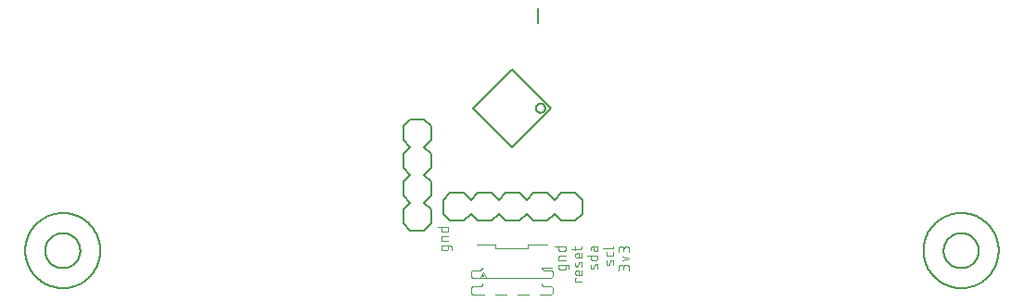
<source format=gbr>
G04 EAGLE Gerber RS-274X export*
G75*
%MOMM*%
%FSLAX34Y34*%
%LPD*%
%INSilkscreen Top*%
%IPPOS*%
%AMOC8*
5,1,8,0,0,1.08239X$1,22.5*%
G01*
%ADD10C,0.076200*%
%ADD11C,0.101600*%
%ADD12C,0.189600*%
%ADD13C,0.203200*%
%ADD14C,0.127000*%
%ADD15C,0.152400*%


D10*
X491603Y284431D02*
X491603Y281821D01*
X491601Y281744D01*
X491595Y281668D01*
X491586Y281591D01*
X491573Y281515D01*
X491556Y281440D01*
X491536Y281366D01*
X491511Y281293D01*
X491484Y281222D01*
X491453Y281151D01*
X491418Y281083D01*
X491380Y281016D01*
X491339Y280951D01*
X491295Y280888D01*
X491248Y280828D01*
X491197Y280769D01*
X491144Y280714D01*
X491089Y280661D01*
X491030Y280610D01*
X490970Y280563D01*
X490907Y280519D01*
X490842Y280478D01*
X490775Y280440D01*
X490707Y280405D01*
X490636Y280374D01*
X490565Y280347D01*
X490492Y280322D01*
X490418Y280302D01*
X490343Y280285D01*
X490267Y280272D01*
X490190Y280263D01*
X490114Y280257D01*
X490037Y280255D01*
X490037Y280254D02*
X486904Y280254D01*
X486904Y280255D02*
X486827Y280257D01*
X486751Y280263D01*
X486674Y280272D01*
X486598Y280285D01*
X486523Y280302D01*
X486449Y280322D01*
X486376Y280347D01*
X486305Y280374D01*
X486234Y280405D01*
X486166Y280440D01*
X486099Y280478D01*
X486034Y280519D01*
X485971Y280563D01*
X485911Y280610D01*
X485852Y280661D01*
X485797Y280714D01*
X485744Y280769D01*
X485693Y280828D01*
X485646Y280888D01*
X485602Y280951D01*
X485561Y281016D01*
X485523Y281083D01*
X485488Y281151D01*
X485457Y281222D01*
X485430Y281293D01*
X485405Y281366D01*
X485385Y281440D01*
X485368Y281515D01*
X485355Y281591D01*
X485346Y281668D01*
X485340Y281744D01*
X485338Y281821D01*
X485338Y284431D01*
X493169Y284431D01*
X493246Y284429D01*
X493322Y284423D01*
X493399Y284414D01*
X493475Y284401D01*
X493550Y284384D01*
X493624Y284364D01*
X493697Y284339D01*
X493768Y284312D01*
X493839Y284281D01*
X493907Y284246D01*
X493974Y284208D01*
X494039Y284167D01*
X494102Y284123D01*
X494162Y284076D01*
X494221Y284025D01*
X494276Y283972D01*
X494329Y283917D01*
X494380Y283858D01*
X494427Y283798D01*
X494471Y283735D01*
X494512Y283670D01*
X494550Y283603D01*
X494585Y283535D01*
X494616Y283464D01*
X494643Y283393D01*
X494668Y283320D01*
X494688Y283246D01*
X494705Y283171D01*
X494718Y283095D01*
X494727Y283018D01*
X494733Y282942D01*
X494735Y282865D01*
X494736Y282865D02*
X494736Y280776D01*
X491603Y288834D02*
X485338Y288834D01*
X485338Y291445D01*
X485340Y291522D01*
X485346Y291598D01*
X485355Y291675D01*
X485368Y291751D01*
X485385Y291826D01*
X485405Y291900D01*
X485430Y291973D01*
X485457Y292044D01*
X485488Y292115D01*
X485523Y292183D01*
X485561Y292250D01*
X485602Y292315D01*
X485646Y292378D01*
X485693Y292438D01*
X485744Y292497D01*
X485797Y292552D01*
X485852Y292605D01*
X485911Y292656D01*
X485971Y292703D01*
X486034Y292747D01*
X486099Y292788D01*
X486166Y292826D01*
X486234Y292861D01*
X486305Y292892D01*
X486376Y292919D01*
X486449Y292944D01*
X486523Y292964D01*
X486598Y292981D01*
X486674Y292994D01*
X486750Y293003D01*
X486827Y293009D01*
X486904Y293011D01*
X491603Y293011D01*
X491603Y301195D02*
X482205Y301195D01*
X491603Y301195D02*
X491603Y298584D01*
X491601Y298507D01*
X491595Y298431D01*
X491586Y298354D01*
X491573Y298278D01*
X491556Y298203D01*
X491536Y298129D01*
X491511Y298056D01*
X491484Y297985D01*
X491453Y297914D01*
X491418Y297846D01*
X491380Y297779D01*
X491339Y297714D01*
X491295Y297651D01*
X491248Y297591D01*
X491197Y297532D01*
X491144Y297477D01*
X491089Y297424D01*
X491030Y297373D01*
X490970Y297326D01*
X490907Y297282D01*
X490842Y297241D01*
X490775Y297203D01*
X490707Y297168D01*
X490636Y297137D01*
X490565Y297110D01*
X490492Y297085D01*
X490418Y297065D01*
X490343Y297048D01*
X490267Y297035D01*
X490190Y297026D01*
X490114Y297020D01*
X490037Y297018D01*
X486904Y297018D01*
X486827Y297020D01*
X486751Y297026D01*
X486674Y297035D01*
X486598Y297048D01*
X486523Y297065D01*
X486449Y297085D01*
X486376Y297110D01*
X486305Y297137D01*
X486234Y297168D01*
X486166Y297203D01*
X486099Y297241D01*
X486034Y297282D01*
X485971Y297326D01*
X485911Y297373D01*
X485852Y297424D01*
X485797Y297477D01*
X485744Y297532D01*
X485693Y297591D01*
X485646Y297651D01*
X485602Y297714D01*
X485561Y297779D01*
X485523Y297846D01*
X485488Y297914D01*
X485457Y297985D01*
X485430Y298056D01*
X485405Y298129D01*
X485385Y298203D01*
X485368Y298278D01*
X485355Y298354D01*
X485346Y298431D01*
X485340Y298507D01*
X485338Y298584D01*
X485338Y301195D01*
X607530Y251444D02*
X613795Y251444D01*
X607530Y251444D02*
X607530Y254577D01*
X608574Y254577D01*
X613795Y259055D02*
X613795Y261666D01*
X613795Y259055D02*
X613793Y258978D01*
X613787Y258902D01*
X613778Y258825D01*
X613765Y258749D01*
X613748Y258674D01*
X613728Y258600D01*
X613703Y258527D01*
X613676Y258456D01*
X613645Y258385D01*
X613610Y258317D01*
X613572Y258250D01*
X613531Y258185D01*
X613487Y258122D01*
X613440Y258062D01*
X613389Y258003D01*
X613336Y257948D01*
X613281Y257895D01*
X613222Y257844D01*
X613162Y257797D01*
X613099Y257753D01*
X613034Y257712D01*
X612967Y257674D01*
X612899Y257639D01*
X612828Y257608D01*
X612757Y257581D01*
X612684Y257556D01*
X612610Y257536D01*
X612535Y257519D01*
X612459Y257506D01*
X612382Y257497D01*
X612306Y257491D01*
X612229Y257489D01*
X609618Y257489D01*
X609528Y257491D01*
X609439Y257497D01*
X609349Y257506D01*
X609260Y257520D01*
X609172Y257537D01*
X609085Y257558D01*
X608998Y257583D01*
X608913Y257612D01*
X608829Y257644D01*
X608747Y257679D01*
X608666Y257719D01*
X608587Y257761D01*
X608510Y257807D01*
X608435Y257857D01*
X608362Y257909D01*
X608291Y257965D01*
X608223Y258023D01*
X608158Y258085D01*
X608095Y258149D01*
X608035Y258216D01*
X607978Y258285D01*
X607924Y258357D01*
X607873Y258431D01*
X607825Y258507D01*
X607781Y258585D01*
X607740Y258665D01*
X607702Y258747D01*
X607668Y258830D01*
X607638Y258915D01*
X607611Y259001D01*
X607588Y259087D01*
X607569Y259175D01*
X607554Y259264D01*
X607542Y259353D01*
X607534Y259442D01*
X607530Y259532D01*
X607530Y259622D01*
X607534Y259712D01*
X607542Y259801D01*
X607554Y259890D01*
X607569Y259979D01*
X607588Y260067D01*
X607611Y260153D01*
X607638Y260239D01*
X607668Y260324D01*
X607702Y260407D01*
X607740Y260489D01*
X607781Y260569D01*
X607825Y260647D01*
X607873Y260723D01*
X607924Y260797D01*
X607978Y260869D01*
X608035Y260938D01*
X608095Y261005D01*
X608158Y261069D01*
X608223Y261131D01*
X608291Y261189D01*
X608362Y261245D01*
X608435Y261297D01*
X608510Y261347D01*
X608587Y261393D01*
X608666Y261435D01*
X608747Y261475D01*
X608829Y261510D01*
X608913Y261542D01*
X608998Y261571D01*
X609085Y261596D01*
X609172Y261617D01*
X609260Y261634D01*
X609349Y261648D01*
X609439Y261657D01*
X609528Y261663D01*
X609618Y261665D01*
X609618Y261666D02*
X610662Y261666D01*
X610662Y257489D01*
X610140Y266197D02*
X611184Y268807D01*
X610140Y266196D02*
X610112Y266130D01*
X610079Y266065D01*
X610044Y266002D01*
X610005Y265941D01*
X609963Y265882D01*
X609918Y265826D01*
X609870Y265772D01*
X609819Y265721D01*
X609766Y265672D01*
X609709Y265627D01*
X609651Y265584D01*
X609591Y265545D01*
X609528Y265508D01*
X609463Y265476D01*
X609397Y265447D01*
X609330Y265421D01*
X609261Y265399D01*
X609191Y265381D01*
X609120Y265366D01*
X609049Y265355D01*
X608977Y265348D01*
X608905Y265345D01*
X608833Y265346D01*
X608760Y265351D01*
X608689Y265359D01*
X608617Y265371D01*
X608547Y265387D01*
X608478Y265407D01*
X608409Y265431D01*
X608342Y265458D01*
X608277Y265488D01*
X608213Y265522D01*
X608151Y265560D01*
X608091Y265600D01*
X608034Y265644D01*
X607979Y265691D01*
X607926Y265741D01*
X607877Y265793D01*
X607830Y265848D01*
X607786Y265905D01*
X607745Y265965D01*
X607708Y266027D01*
X607673Y266091D01*
X607643Y266156D01*
X607615Y266223D01*
X607592Y266291D01*
X607572Y266361D01*
X607556Y266431D01*
X607543Y266502D01*
X607535Y266574D01*
X607530Y266646D01*
X607529Y266718D01*
X607530Y266719D02*
X607534Y266870D01*
X607542Y267021D01*
X607553Y267172D01*
X607569Y267323D01*
X607589Y267473D01*
X607612Y267623D01*
X607639Y267772D01*
X607670Y267920D01*
X607705Y268068D01*
X607743Y268214D01*
X607786Y268360D01*
X607832Y268504D01*
X607881Y268647D01*
X607934Y268789D01*
X607991Y268929D01*
X608052Y269068D01*
X611184Y268807D02*
X611212Y268873D01*
X611245Y268938D01*
X611280Y269001D01*
X611319Y269062D01*
X611361Y269121D01*
X611406Y269177D01*
X611454Y269231D01*
X611505Y269282D01*
X611558Y269331D01*
X611615Y269377D01*
X611673Y269419D01*
X611733Y269458D01*
X611796Y269495D01*
X611861Y269527D01*
X611927Y269556D01*
X611994Y269582D01*
X612063Y269604D01*
X612133Y269622D01*
X612204Y269637D01*
X612275Y269648D01*
X612347Y269655D01*
X612419Y269658D01*
X612491Y269657D01*
X612564Y269652D01*
X612635Y269644D01*
X612707Y269632D01*
X612777Y269616D01*
X612846Y269596D01*
X612915Y269572D01*
X612982Y269545D01*
X613047Y269515D01*
X613111Y269481D01*
X613173Y269443D01*
X613233Y269403D01*
X613290Y269359D01*
X613345Y269312D01*
X613398Y269262D01*
X613447Y269210D01*
X613494Y269155D01*
X613538Y269098D01*
X613579Y269038D01*
X613616Y268976D01*
X613651Y268912D01*
X613681Y268847D01*
X613709Y268780D01*
X613732Y268712D01*
X613752Y268642D01*
X613768Y268572D01*
X613781Y268501D01*
X613789Y268429D01*
X613794Y268357D01*
X613795Y268285D01*
X613790Y268075D01*
X613779Y267866D01*
X613764Y267657D01*
X613744Y267449D01*
X613718Y267241D01*
X613688Y267034D01*
X613653Y266827D01*
X613613Y266622D01*
X613569Y266417D01*
X613519Y266214D01*
X613465Y266011D01*
X613405Y265810D01*
X613342Y265611D01*
X613273Y265413D01*
X613795Y274905D02*
X613795Y277515D01*
X613795Y274905D02*
X613793Y274828D01*
X613787Y274752D01*
X613778Y274675D01*
X613765Y274599D01*
X613748Y274524D01*
X613728Y274450D01*
X613703Y274377D01*
X613676Y274306D01*
X613645Y274235D01*
X613610Y274167D01*
X613572Y274100D01*
X613531Y274035D01*
X613487Y273972D01*
X613440Y273912D01*
X613389Y273853D01*
X613336Y273798D01*
X613281Y273745D01*
X613222Y273694D01*
X613162Y273647D01*
X613099Y273603D01*
X613034Y273562D01*
X612967Y273524D01*
X612899Y273489D01*
X612828Y273458D01*
X612757Y273431D01*
X612684Y273406D01*
X612610Y273386D01*
X612535Y273369D01*
X612459Y273356D01*
X612382Y273347D01*
X612306Y273341D01*
X612229Y273339D01*
X612229Y273338D02*
X609618Y273338D01*
X609618Y273339D02*
X609528Y273341D01*
X609439Y273347D01*
X609349Y273356D01*
X609260Y273370D01*
X609172Y273387D01*
X609085Y273408D01*
X608998Y273433D01*
X608913Y273462D01*
X608829Y273494D01*
X608747Y273529D01*
X608666Y273569D01*
X608587Y273611D01*
X608510Y273657D01*
X608435Y273707D01*
X608362Y273759D01*
X608291Y273815D01*
X608223Y273873D01*
X608158Y273935D01*
X608095Y273999D01*
X608035Y274066D01*
X607978Y274135D01*
X607924Y274207D01*
X607873Y274281D01*
X607825Y274357D01*
X607781Y274435D01*
X607740Y274515D01*
X607702Y274597D01*
X607668Y274680D01*
X607638Y274765D01*
X607611Y274851D01*
X607588Y274937D01*
X607569Y275025D01*
X607554Y275114D01*
X607542Y275203D01*
X607534Y275292D01*
X607530Y275382D01*
X607530Y275472D01*
X607534Y275562D01*
X607542Y275651D01*
X607554Y275740D01*
X607569Y275829D01*
X607588Y275917D01*
X607611Y276003D01*
X607638Y276089D01*
X607668Y276174D01*
X607702Y276257D01*
X607740Y276339D01*
X607781Y276419D01*
X607825Y276497D01*
X607873Y276573D01*
X607924Y276647D01*
X607978Y276719D01*
X608035Y276788D01*
X608095Y276855D01*
X608158Y276919D01*
X608223Y276981D01*
X608291Y277039D01*
X608362Y277095D01*
X608435Y277147D01*
X608510Y277197D01*
X608587Y277243D01*
X608666Y277285D01*
X608747Y277325D01*
X608829Y277360D01*
X608913Y277392D01*
X608998Y277421D01*
X609085Y277446D01*
X609172Y277467D01*
X609260Y277484D01*
X609349Y277498D01*
X609439Y277507D01*
X609528Y277513D01*
X609618Y277515D01*
X610662Y277515D01*
X610662Y273338D01*
X607530Y280494D02*
X607530Y283627D01*
X604397Y281539D02*
X612229Y281539D01*
X612306Y281541D01*
X612382Y281547D01*
X612459Y281556D01*
X612535Y281569D01*
X612610Y281586D01*
X612684Y281606D01*
X612757Y281631D01*
X612828Y281658D01*
X612899Y281689D01*
X612967Y281724D01*
X613034Y281762D01*
X613099Y281803D01*
X613162Y281847D01*
X613222Y281894D01*
X613281Y281945D01*
X613336Y281998D01*
X613389Y282053D01*
X613440Y282112D01*
X613487Y282172D01*
X613531Y282235D01*
X613572Y282300D01*
X613610Y282367D01*
X613645Y282435D01*
X613676Y282506D01*
X613703Y282577D01*
X613728Y282650D01*
X613748Y282724D01*
X613765Y282799D01*
X613778Y282875D01*
X613787Y282952D01*
X613793Y283028D01*
X613795Y283105D01*
X613795Y283627D01*
X625568Y266735D02*
X624524Y264125D01*
X624524Y264124D02*
X624496Y264058D01*
X624463Y263993D01*
X624428Y263930D01*
X624389Y263869D01*
X624347Y263810D01*
X624302Y263754D01*
X624254Y263700D01*
X624203Y263649D01*
X624150Y263600D01*
X624093Y263555D01*
X624035Y263512D01*
X623975Y263473D01*
X623912Y263436D01*
X623847Y263404D01*
X623781Y263375D01*
X623714Y263349D01*
X623645Y263327D01*
X623575Y263309D01*
X623504Y263294D01*
X623433Y263283D01*
X623361Y263276D01*
X623289Y263273D01*
X623217Y263274D01*
X623144Y263279D01*
X623073Y263287D01*
X623001Y263299D01*
X622931Y263315D01*
X622862Y263335D01*
X622793Y263359D01*
X622726Y263386D01*
X622661Y263416D01*
X622597Y263450D01*
X622535Y263488D01*
X622475Y263528D01*
X622418Y263572D01*
X622363Y263619D01*
X622310Y263669D01*
X622261Y263721D01*
X622214Y263776D01*
X622170Y263833D01*
X622129Y263893D01*
X622092Y263955D01*
X622057Y264019D01*
X622027Y264084D01*
X621999Y264151D01*
X621976Y264219D01*
X621956Y264289D01*
X621940Y264359D01*
X621927Y264430D01*
X621919Y264502D01*
X621914Y264574D01*
X621913Y264646D01*
X621914Y264647D02*
X621918Y264798D01*
X621926Y264949D01*
X621937Y265100D01*
X621953Y265251D01*
X621973Y265401D01*
X621996Y265551D01*
X622023Y265700D01*
X622054Y265848D01*
X622089Y265996D01*
X622127Y266142D01*
X622170Y266288D01*
X622216Y266432D01*
X622265Y266575D01*
X622318Y266717D01*
X622375Y266857D01*
X622436Y266996D01*
X625568Y266735D02*
X625596Y266801D01*
X625629Y266866D01*
X625664Y266929D01*
X625703Y266990D01*
X625745Y267049D01*
X625790Y267105D01*
X625838Y267159D01*
X625889Y267210D01*
X625942Y267259D01*
X625999Y267305D01*
X626057Y267347D01*
X626117Y267386D01*
X626180Y267423D01*
X626245Y267455D01*
X626311Y267484D01*
X626378Y267510D01*
X626447Y267532D01*
X626517Y267550D01*
X626588Y267565D01*
X626659Y267576D01*
X626731Y267583D01*
X626803Y267586D01*
X626875Y267585D01*
X626948Y267580D01*
X627019Y267572D01*
X627091Y267560D01*
X627161Y267544D01*
X627230Y267524D01*
X627299Y267500D01*
X627366Y267473D01*
X627431Y267443D01*
X627495Y267409D01*
X627557Y267371D01*
X627617Y267331D01*
X627674Y267287D01*
X627729Y267240D01*
X627782Y267190D01*
X627831Y267138D01*
X627878Y267083D01*
X627922Y267026D01*
X627963Y266966D01*
X628000Y266904D01*
X628035Y266840D01*
X628065Y266775D01*
X628093Y266708D01*
X628116Y266640D01*
X628136Y266570D01*
X628152Y266500D01*
X628165Y266429D01*
X628173Y266357D01*
X628178Y266285D01*
X628179Y266213D01*
X628174Y266003D01*
X628163Y265794D01*
X628148Y265585D01*
X628128Y265377D01*
X628102Y265169D01*
X628072Y264962D01*
X628037Y264755D01*
X627997Y264550D01*
X627953Y264345D01*
X627903Y264142D01*
X627849Y263939D01*
X627789Y263738D01*
X627726Y263539D01*
X627657Y263341D01*
X628179Y275397D02*
X618781Y275397D01*
X628179Y275397D02*
X628179Y272787D01*
X628177Y272710D01*
X628171Y272634D01*
X628162Y272557D01*
X628149Y272481D01*
X628132Y272406D01*
X628112Y272332D01*
X628087Y272259D01*
X628060Y272188D01*
X628029Y272117D01*
X627994Y272049D01*
X627956Y271982D01*
X627915Y271917D01*
X627871Y271854D01*
X627824Y271794D01*
X627773Y271735D01*
X627720Y271680D01*
X627665Y271627D01*
X627606Y271576D01*
X627546Y271529D01*
X627483Y271485D01*
X627418Y271444D01*
X627351Y271406D01*
X627283Y271371D01*
X627212Y271340D01*
X627141Y271313D01*
X627068Y271288D01*
X626994Y271268D01*
X626919Y271251D01*
X626843Y271238D01*
X626766Y271229D01*
X626690Y271223D01*
X626613Y271221D01*
X623480Y271221D01*
X623403Y271223D01*
X623327Y271229D01*
X623250Y271238D01*
X623174Y271251D01*
X623099Y271268D01*
X623025Y271288D01*
X622952Y271313D01*
X622881Y271340D01*
X622810Y271371D01*
X622742Y271406D01*
X622675Y271444D01*
X622610Y271485D01*
X622547Y271529D01*
X622487Y271576D01*
X622428Y271627D01*
X622373Y271680D01*
X622320Y271735D01*
X622269Y271794D01*
X622222Y271854D01*
X622178Y271917D01*
X622137Y271982D01*
X622099Y272049D01*
X622064Y272117D01*
X622033Y272188D01*
X622006Y272259D01*
X621981Y272332D01*
X621961Y272406D01*
X621944Y272481D01*
X621931Y272557D01*
X621922Y272634D01*
X621916Y272710D01*
X621914Y272787D01*
X621914Y275397D01*
X624524Y281278D02*
X624524Y283627D01*
X624525Y281278D02*
X624527Y281194D01*
X624533Y281109D01*
X624543Y281026D01*
X624556Y280942D01*
X624574Y280860D01*
X624595Y280778D01*
X624620Y280697D01*
X624648Y280618D01*
X624681Y280540D01*
X624717Y280464D01*
X624756Y280389D01*
X624799Y280316D01*
X624845Y280245D01*
X624894Y280177D01*
X624946Y280111D01*
X625002Y280047D01*
X625060Y279986D01*
X625121Y279928D01*
X625185Y279872D01*
X625251Y279820D01*
X625319Y279771D01*
X625390Y279725D01*
X625463Y279682D01*
X625538Y279643D01*
X625614Y279607D01*
X625692Y279574D01*
X625771Y279546D01*
X625852Y279521D01*
X625934Y279500D01*
X626016Y279482D01*
X626100Y279469D01*
X626183Y279459D01*
X626268Y279453D01*
X626352Y279451D01*
X626436Y279453D01*
X626521Y279459D01*
X626604Y279469D01*
X626688Y279482D01*
X626770Y279500D01*
X626852Y279521D01*
X626933Y279546D01*
X627012Y279574D01*
X627090Y279607D01*
X627166Y279643D01*
X627241Y279682D01*
X627314Y279725D01*
X627385Y279771D01*
X627453Y279820D01*
X627519Y279872D01*
X627583Y279928D01*
X627644Y279986D01*
X627702Y280047D01*
X627758Y280111D01*
X627810Y280177D01*
X627859Y280245D01*
X627905Y280316D01*
X627948Y280389D01*
X627987Y280464D01*
X628023Y280540D01*
X628056Y280618D01*
X628084Y280697D01*
X628109Y280778D01*
X628130Y280860D01*
X628148Y280942D01*
X628161Y281026D01*
X628171Y281109D01*
X628177Y281194D01*
X628179Y281278D01*
X628179Y283627D01*
X623480Y283627D01*
X623403Y283625D01*
X623327Y283619D01*
X623250Y283610D01*
X623174Y283597D01*
X623099Y283580D01*
X623025Y283560D01*
X622952Y283535D01*
X622881Y283508D01*
X622810Y283477D01*
X622742Y283442D01*
X622675Y283404D01*
X622610Y283363D01*
X622547Y283319D01*
X622487Y283272D01*
X622428Y283221D01*
X622373Y283168D01*
X622320Y283113D01*
X622269Y283054D01*
X622222Y282994D01*
X622178Y282931D01*
X622137Y282866D01*
X622099Y282799D01*
X622064Y282731D01*
X622033Y282660D01*
X622006Y282589D01*
X621981Y282516D01*
X621961Y282442D01*
X621944Y282367D01*
X621931Y282291D01*
X621922Y282214D01*
X621916Y282138D01*
X621914Y282061D01*
X621914Y279972D01*
X639952Y270394D02*
X638908Y267783D01*
X638880Y267717D01*
X638847Y267652D01*
X638812Y267589D01*
X638773Y267528D01*
X638731Y267469D01*
X638686Y267413D01*
X638638Y267359D01*
X638587Y267308D01*
X638534Y267259D01*
X638477Y267214D01*
X638419Y267171D01*
X638359Y267132D01*
X638296Y267095D01*
X638231Y267063D01*
X638165Y267034D01*
X638098Y267008D01*
X638029Y266986D01*
X637959Y266968D01*
X637888Y266953D01*
X637817Y266942D01*
X637745Y266935D01*
X637673Y266932D01*
X637601Y266933D01*
X637528Y266938D01*
X637457Y266946D01*
X637385Y266958D01*
X637315Y266974D01*
X637246Y266994D01*
X637177Y267018D01*
X637110Y267045D01*
X637045Y267075D01*
X636981Y267109D01*
X636919Y267147D01*
X636859Y267187D01*
X636802Y267231D01*
X636747Y267278D01*
X636694Y267328D01*
X636645Y267380D01*
X636598Y267435D01*
X636554Y267492D01*
X636513Y267552D01*
X636476Y267614D01*
X636441Y267678D01*
X636411Y267743D01*
X636383Y267810D01*
X636360Y267878D01*
X636340Y267948D01*
X636324Y268018D01*
X636311Y268089D01*
X636303Y268161D01*
X636298Y268233D01*
X636297Y268305D01*
X636298Y268306D02*
X636302Y268457D01*
X636310Y268608D01*
X636321Y268759D01*
X636337Y268910D01*
X636357Y269060D01*
X636380Y269210D01*
X636407Y269359D01*
X636438Y269507D01*
X636473Y269655D01*
X636511Y269801D01*
X636554Y269947D01*
X636600Y270091D01*
X636649Y270234D01*
X636702Y270376D01*
X636759Y270516D01*
X636820Y270655D01*
X639952Y270394D02*
X639980Y270460D01*
X640013Y270525D01*
X640048Y270588D01*
X640087Y270649D01*
X640129Y270708D01*
X640174Y270764D01*
X640222Y270818D01*
X640273Y270869D01*
X640326Y270918D01*
X640383Y270964D01*
X640441Y271006D01*
X640501Y271045D01*
X640564Y271082D01*
X640629Y271114D01*
X640695Y271143D01*
X640762Y271169D01*
X640831Y271191D01*
X640901Y271209D01*
X640972Y271224D01*
X641043Y271235D01*
X641115Y271242D01*
X641187Y271245D01*
X641259Y271244D01*
X641332Y271239D01*
X641403Y271231D01*
X641475Y271219D01*
X641545Y271203D01*
X641614Y271183D01*
X641683Y271159D01*
X641750Y271132D01*
X641815Y271102D01*
X641879Y271068D01*
X641941Y271030D01*
X642001Y270990D01*
X642058Y270946D01*
X642113Y270899D01*
X642166Y270849D01*
X642215Y270797D01*
X642262Y270742D01*
X642306Y270685D01*
X642347Y270625D01*
X642384Y270563D01*
X642419Y270499D01*
X642449Y270434D01*
X642477Y270367D01*
X642500Y270299D01*
X642520Y270229D01*
X642536Y270159D01*
X642549Y270088D01*
X642557Y270016D01*
X642562Y269944D01*
X642563Y269872D01*
X642558Y269662D01*
X642547Y269453D01*
X642532Y269244D01*
X642512Y269036D01*
X642486Y268828D01*
X642456Y268621D01*
X642421Y268414D01*
X642381Y268209D01*
X642337Y268004D01*
X642287Y267801D01*
X642233Y267598D01*
X642173Y267397D01*
X642110Y267198D01*
X642041Y267000D01*
X642563Y276502D02*
X642563Y278590D01*
X642563Y276502D02*
X642561Y276425D01*
X642555Y276349D01*
X642546Y276272D01*
X642533Y276196D01*
X642516Y276121D01*
X642496Y276047D01*
X642471Y275974D01*
X642444Y275903D01*
X642413Y275832D01*
X642378Y275764D01*
X642340Y275697D01*
X642299Y275632D01*
X642255Y275569D01*
X642208Y275509D01*
X642157Y275450D01*
X642104Y275395D01*
X642049Y275342D01*
X641990Y275291D01*
X641930Y275244D01*
X641867Y275200D01*
X641802Y275159D01*
X641735Y275121D01*
X641667Y275086D01*
X641596Y275055D01*
X641525Y275028D01*
X641452Y275003D01*
X641378Y274983D01*
X641303Y274966D01*
X641227Y274953D01*
X641150Y274944D01*
X641074Y274938D01*
X640997Y274936D01*
X640997Y274935D02*
X637864Y274935D01*
X637864Y274936D02*
X637787Y274938D01*
X637711Y274944D01*
X637634Y274953D01*
X637558Y274966D01*
X637483Y274983D01*
X637409Y275003D01*
X637336Y275028D01*
X637265Y275055D01*
X637194Y275086D01*
X637126Y275121D01*
X637059Y275159D01*
X636994Y275200D01*
X636931Y275244D01*
X636871Y275291D01*
X636812Y275342D01*
X636757Y275395D01*
X636704Y275450D01*
X636653Y275509D01*
X636606Y275569D01*
X636562Y275632D01*
X636521Y275697D01*
X636483Y275764D01*
X636448Y275832D01*
X636417Y275903D01*
X636390Y275974D01*
X636365Y276047D01*
X636345Y276121D01*
X636328Y276196D01*
X636315Y276272D01*
X636306Y276349D01*
X636300Y276425D01*
X636298Y276502D01*
X636298Y278590D01*
X633165Y282061D02*
X640997Y282061D01*
X641074Y282063D01*
X641150Y282069D01*
X641227Y282078D01*
X641303Y282091D01*
X641378Y282108D01*
X641452Y282128D01*
X641525Y282153D01*
X641596Y282180D01*
X641667Y282211D01*
X641735Y282246D01*
X641802Y282284D01*
X641867Y282325D01*
X641930Y282369D01*
X641990Y282416D01*
X642049Y282467D01*
X642104Y282520D01*
X642157Y282575D01*
X642208Y282634D01*
X642255Y282694D01*
X642299Y282757D01*
X642340Y282822D01*
X642378Y282889D01*
X642413Y282957D01*
X642444Y283028D01*
X642471Y283099D01*
X642496Y283172D01*
X642516Y283246D01*
X642533Y283321D01*
X642546Y283397D01*
X642555Y283474D01*
X642561Y283550D01*
X642563Y283627D01*
X656947Y264557D02*
X656947Y261947D01*
X656947Y264557D02*
X656945Y264658D01*
X656939Y264759D01*
X656929Y264860D01*
X656916Y264960D01*
X656898Y265060D01*
X656877Y265159D01*
X656851Y265257D01*
X656822Y265354D01*
X656790Y265450D01*
X656753Y265544D01*
X656713Y265637D01*
X656669Y265729D01*
X656622Y265818D01*
X656571Y265906D01*
X656517Y265992D01*
X656460Y266075D01*
X656400Y266157D01*
X656336Y266235D01*
X656270Y266312D01*
X656200Y266385D01*
X656128Y266456D01*
X656053Y266524D01*
X655975Y266589D01*
X655895Y266651D01*
X655813Y266710D01*
X655728Y266766D01*
X655642Y266818D01*
X655553Y266867D01*
X655462Y266913D01*
X655370Y266954D01*
X655276Y266993D01*
X655181Y267027D01*
X655085Y267058D01*
X654987Y267085D01*
X654889Y267109D01*
X654789Y267128D01*
X654689Y267144D01*
X654589Y267156D01*
X654488Y267164D01*
X654387Y267168D01*
X654285Y267168D01*
X654184Y267164D01*
X654083Y267156D01*
X653983Y267144D01*
X653883Y267128D01*
X653783Y267109D01*
X653685Y267085D01*
X653587Y267058D01*
X653491Y267027D01*
X653396Y266993D01*
X653302Y266954D01*
X653210Y266913D01*
X653119Y266867D01*
X653031Y266818D01*
X652944Y266766D01*
X652859Y266710D01*
X652777Y266651D01*
X652697Y266589D01*
X652619Y266524D01*
X652544Y266456D01*
X652472Y266385D01*
X652402Y266312D01*
X652336Y266235D01*
X652272Y266157D01*
X652212Y266075D01*
X652155Y265992D01*
X652101Y265906D01*
X652050Y265818D01*
X652003Y265729D01*
X651959Y265637D01*
X651919Y265544D01*
X651882Y265450D01*
X651850Y265354D01*
X651821Y265257D01*
X651795Y265159D01*
X651774Y265060D01*
X651756Y264960D01*
X651743Y264860D01*
X651733Y264759D01*
X651727Y264658D01*
X651725Y264557D01*
X647549Y265079D02*
X647549Y261947D01*
X647549Y265079D02*
X647551Y265169D01*
X647557Y265258D01*
X647566Y265348D01*
X647580Y265437D01*
X647597Y265525D01*
X647618Y265612D01*
X647643Y265699D01*
X647672Y265784D01*
X647704Y265868D01*
X647739Y265950D01*
X647779Y266031D01*
X647821Y266110D01*
X647867Y266187D01*
X647917Y266262D01*
X647969Y266335D01*
X648025Y266406D01*
X648083Y266474D01*
X648145Y266539D01*
X648209Y266602D01*
X648276Y266662D01*
X648345Y266719D01*
X648417Y266773D01*
X648491Y266824D01*
X648567Y266872D01*
X648645Y266916D01*
X648725Y266957D01*
X648807Y266995D01*
X648890Y267029D01*
X648975Y267059D01*
X649061Y267086D01*
X649147Y267109D01*
X649235Y267128D01*
X649324Y267143D01*
X649413Y267155D01*
X649502Y267163D01*
X649592Y267167D01*
X649682Y267167D01*
X649772Y267163D01*
X649861Y267155D01*
X649950Y267143D01*
X650039Y267128D01*
X650127Y267109D01*
X650213Y267086D01*
X650299Y267059D01*
X650384Y267029D01*
X650467Y266995D01*
X650549Y266957D01*
X650629Y266916D01*
X650707Y266872D01*
X650783Y266824D01*
X650857Y266773D01*
X650929Y266719D01*
X650998Y266662D01*
X651065Y266602D01*
X651129Y266539D01*
X651191Y266474D01*
X651249Y266406D01*
X651305Y266335D01*
X651357Y266262D01*
X651407Y266187D01*
X651453Y266110D01*
X651495Y266031D01*
X651535Y265950D01*
X651570Y265868D01*
X651602Y265784D01*
X651631Y265699D01*
X651656Y265612D01*
X651677Y265525D01*
X651694Y265437D01*
X651708Y265348D01*
X651717Y265258D01*
X651723Y265169D01*
X651725Y265079D01*
X651726Y265079D02*
X651726Y262991D01*
X650682Y270698D02*
X656947Y272787D01*
X650682Y274875D01*
X656947Y278406D02*
X656947Y281016D01*
X656945Y281117D01*
X656939Y281218D01*
X656929Y281319D01*
X656916Y281419D01*
X656898Y281519D01*
X656877Y281618D01*
X656851Y281716D01*
X656822Y281813D01*
X656790Y281909D01*
X656753Y282003D01*
X656713Y282096D01*
X656669Y282188D01*
X656622Y282277D01*
X656571Y282365D01*
X656517Y282451D01*
X656460Y282534D01*
X656400Y282616D01*
X656336Y282694D01*
X656270Y282771D01*
X656200Y282844D01*
X656128Y282915D01*
X656053Y282983D01*
X655975Y283048D01*
X655895Y283110D01*
X655813Y283169D01*
X655728Y283225D01*
X655642Y283277D01*
X655553Y283326D01*
X655462Y283372D01*
X655370Y283413D01*
X655276Y283452D01*
X655181Y283486D01*
X655085Y283517D01*
X654987Y283544D01*
X654889Y283568D01*
X654789Y283587D01*
X654689Y283603D01*
X654589Y283615D01*
X654488Y283623D01*
X654387Y283627D01*
X654285Y283627D01*
X654184Y283623D01*
X654083Y283615D01*
X653983Y283603D01*
X653883Y283587D01*
X653783Y283568D01*
X653685Y283544D01*
X653587Y283517D01*
X653491Y283486D01*
X653396Y283452D01*
X653302Y283413D01*
X653210Y283372D01*
X653119Y283326D01*
X653031Y283277D01*
X652944Y283225D01*
X652859Y283169D01*
X652777Y283110D01*
X652697Y283048D01*
X652619Y282983D01*
X652544Y282915D01*
X652472Y282844D01*
X652402Y282771D01*
X652336Y282694D01*
X652272Y282616D01*
X652212Y282534D01*
X652155Y282451D01*
X652101Y282365D01*
X652050Y282277D01*
X652003Y282188D01*
X651959Y282096D01*
X651919Y282003D01*
X651882Y281909D01*
X651850Y281813D01*
X651821Y281716D01*
X651795Y281618D01*
X651774Y281519D01*
X651756Y281419D01*
X651743Y281319D01*
X651733Y281218D01*
X651727Y281117D01*
X651725Y281016D01*
X647549Y281539D02*
X647549Y278406D01*
X647549Y281539D02*
X647551Y281629D01*
X647557Y281718D01*
X647566Y281808D01*
X647580Y281897D01*
X647597Y281985D01*
X647618Y282072D01*
X647643Y282159D01*
X647672Y282244D01*
X647704Y282328D01*
X647739Y282410D01*
X647779Y282491D01*
X647821Y282570D01*
X647867Y282647D01*
X647917Y282722D01*
X647969Y282795D01*
X648025Y282866D01*
X648083Y282934D01*
X648145Y282999D01*
X648209Y283062D01*
X648276Y283122D01*
X648345Y283179D01*
X648417Y283233D01*
X648491Y283284D01*
X648567Y283332D01*
X648645Y283376D01*
X648725Y283417D01*
X648807Y283455D01*
X648890Y283489D01*
X648975Y283519D01*
X649061Y283546D01*
X649147Y283569D01*
X649235Y283588D01*
X649324Y283603D01*
X649413Y283615D01*
X649502Y283623D01*
X649592Y283627D01*
X649682Y283627D01*
X649772Y283623D01*
X649861Y283615D01*
X649950Y283603D01*
X650039Y283588D01*
X650127Y283569D01*
X650213Y283546D01*
X650299Y283519D01*
X650384Y283489D01*
X650467Y283455D01*
X650549Y283417D01*
X650629Y283376D01*
X650707Y283332D01*
X650783Y283284D01*
X650857Y283233D01*
X650929Y283179D01*
X650998Y283122D01*
X651065Y283062D01*
X651129Y282999D01*
X651191Y282934D01*
X651249Y282866D01*
X651305Y282795D01*
X651357Y282722D01*
X651407Y282647D01*
X651453Y282570D01*
X651495Y282491D01*
X651535Y282410D01*
X651570Y282328D01*
X651602Y282244D01*
X651631Y282159D01*
X651656Y282072D01*
X651677Y281985D01*
X651694Y281897D01*
X651708Y281808D01*
X651717Y281718D01*
X651723Y281629D01*
X651725Y281539D01*
X651726Y281539D02*
X651726Y279450D01*
X598795Y266863D02*
X598795Y264253D01*
X598793Y264176D01*
X598787Y264100D01*
X598778Y264023D01*
X598765Y263947D01*
X598748Y263872D01*
X598728Y263798D01*
X598703Y263725D01*
X598676Y263654D01*
X598645Y263583D01*
X598610Y263515D01*
X598572Y263448D01*
X598531Y263383D01*
X598487Y263320D01*
X598440Y263260D01*
X598389Y263201D01*
X598336Y263146D01*
X598281Y263093D01*
X598222Y263042D01*
X598162Y262995D01*
X598099Y262951D01*
X598034Y262910D01*
X597967Y262872D01*
X597899Y262837D01*
X597828Y262806D01*
X597757Y262779D01*
X597684Y262754D01*
X597610Y262734D01*
X597535Y262717D01*
X597459Y262704D01*
X597382Y262695D01*
X597306Y262689D01*
X597229Y262687D01*
X597229Y262686D02*
X594096Y262686D01*
X594096Y262687D02*
X594019Y262689D01*
X593943Y262695D01*
X593866Y262704D01*
X593790Y262717D01*
X593715Y262734D01*
X593641Y262754D01*
X593568Y262779D01*
X593497Y262806D01*
X593426Y262837D01*
X593358Y262872D01*
X593291Y262910D01*
X593226Y262951D01*
X593163Y262995D01*
X593103Y263042D01*
X593044Y263093D01*
X592989Y263146D01*
X592936Y263201D01*
X592885Y263260D01*
X592838Y263320D01*
X592794Y263383D01*
X592753Y263448D01*
X592715Y263515D01*
X592680Y263583D01*
X592649Y263654D01*
X592622Y263725D01*
X592597Y263798D01*
X592577Y263872D01*
X592560Y263947D01*
X592547Y264023D01*
X592538Y264100D01*
X592532Y264176D01*
X592530Y264253D01*
X592530Y266863D01*
X600361Y266863D01*
X600438Y266861D01*
X600514Y266855D01*
X600591Y266846D01*
X600667Y266833D01*
X600742Y266816D01*
X600816Y266796D01*
X600889Y266771D01*
X600960Y266744D01*
X601031Y266713D01*
X601099Y266678D01*
X601166Y266640D01*
X601231Y266599D01*
X601294Y266555D01*
X601354Y266508D01*
X601413Y266457D01*
X601468Y266404D01*
X601521Y266349D01*
X601572Y266290D01*
X601619Y266230D01*
X601663Y266167D01*
X601704Y266102D01*
X601742Y266035D01*
X601777Y265967D01*
X601808Y265896D01*
X601835Y265825D01*
X601860Y265752D01*
X601880Y265678D01*
X601897Y265603D01*
X601910Y265527D01*
X601919Y265450D01*
X601925Y265374D01*
X601927Y265297D01*
X601928Y265297D02*
X601928Y263208D01*
X598795Y271266D02*
X592530Y271266D01*
X592530Y273877D01*
X592532Y273954D01*
X592538Y274030D01*
X592547Y274107D01*
X592560Y274183D01*
X592577Y274258D01*
X592597Y274332D01*
X592622Y274405D01*
X592649Y274476D01*
X592680Y274547D01*
X592715Y274615D01*
X592753Y274682D01*
X592794Y274747D01*
X592838Y274810D01*
X592885Y274870D01*
X592936Y274929D01*
X592989Y274984D01*
X593044Y275037D01*
X593103Y275088D01*
X593163Y275135D01*
X593226Y275179D01*
X593291Y275220D01*
X593358Y275258D01*
X593426Y275293D01*
X593497Y275324D01*
X593568Y275351D01*
X593641Y275376D01*
X593715Y275396D01*
X593790Y275413D01*
X593866Y275426D01*
X593942Y275435D01*
X594019Y275441D01*
X594096Y275443D01*
X598795Y275443D01*
X598795Y283627D02*
X589397Y283627D01*
X598795Y283627D02*
X598795Y281016D01*
X598793Y280939D01*
X598787Y280863D01*
X598778Y280786D01*
X598765Y280710D01*
X598748Y280635D01*
X598728Y280561D01*
X598703Y280488D01*
X598676Y280417D01*
X598645Y280346D01*
X598610Y280278D01*
X598572Y280211D01*
X598531Y280146D01*
X598487Y280083D01*
X598440Y280023D01*
X598389Y279964D01*
X598336Y279909D01*
X598281Y279856D01*
X598222Y279805D01*
X598162Y279758D01*
X598099Y279714D01*
X598034Y279673D01*
X597967Y279635D01*
X597899Y279600D01*
X597828Y279569D01*
X597757Y279542D01*
X597684Y279517D01*
X597610Y279497D01*
X597535Y279480D01*
X597459Y279467D01*
X597382Y279458D01*
X597306Y279452D01*
X597229Y279450D01*
X594096Y279450D01*
X594019Y279452D01*
X593943Y279458D01*
X593866Y279467D01*
X593790Y279480D01*
X593715Y279497D01*
X593641Y279517D01*
X593568Y279542D01*
X593497Y279569D01*
X593426Y279600D01*
X593358Y279635D01*
X593291Y279673D01*
X593226Y279714D01*
X593163Y279758D01*
X593103Y279805D01*
X593044Y279856D01*
X592989Y279909D01*
X592936Y279964D01*
X592885Y280023D01*
X592838Y280083D01*
X592794Y280146D01*
X592753Y280211D01*
X592715Y280278D01*
X592680Y280346D01*
X592649Y280417D01*
X592622Y280488D01*
X592597Y280561D01*
X592577Y280635D01*
X592560Y280710D01*
X592547Y280786D01*
X592538Y280863D01*
X592532Y280939D01*
X592530Y281016D01*
X592530Y283627D01*
D11*
X587351Y256351D02*
X586000Y255050D01*
X587351Y256351D02*
X587351Y260615D01*
X585976Y261990D01*
X579057Y261990D01*
X578986Y261992D01*
X578915Y261998D01*
X578844Y262008D01*
X578774Y262022D01*
X578705Y262039D01*
X578637Y262061D01*
X578571Y262086D01*
X578506Y262115D01*
X578442Y262147D01*
X578381Y262183D01*
X578321Y262222D01*
X578264Y262265D01*
X578209Y262310D01*
X578157Y262359D01*
X578108Y262410D01*
X578062Y262464D01*
X577991Y262554D01*
X577923Y262648D01*
X577858Y262743D01*
X577796Y262841D01*
X577738Y262940D01*
X577683Y263042D01*
X577632Y263145D01*
X577584Y263250D01*
X577540Y263357D01*
X577499Y263465D01*
X577463Y263574D01*
X577430Y263685D01*
X577400Y263796D01*
X577375Y263909D01*
X577353Y264022D01*
X577336Y264136D01*
X577322Y264251D01*
X577312Y264366D01*
X577306Y264481D01*
X577304Y264597D01*
X586829Y264597D01*
X581901Y285591D02*
X564793Y285591D01*
X564793Y282131D01*
X586000Y255050D02*
X514000Y255050D01*
X512649Y256351D01*
X512649Y260615D01*
X514024Y261990D01*
X520943Y261990D01*
X521014Y261992D01*
X521085Y261998D01*
X521156Y262008D01*
X521226Y262022D01*
X521295Y262039D01*
X521363Y262061D01*
X521429Y262086D01*
X521494Y262115D01*
X521558Y262147D01*
X521619Y262183D01*
X521679Y262222D01*
X521736Y262265D01*
X521791Y262310D01*
X521843Y262359D01*
X521892Y262410D01*
X521938Y262464D01*
X522009Y262554D01*
X522077Y262648D01*
X522142Y262743D01*
X522204Y262841D01*
X522262Y262940D01*
X522317Y263042D01*
X522368Y263145D01*
X522416Y263250D01*
X522460Y263357D01*
X522501Y263465D01*
X522537Y263574D01*
X522570Y263685D01*
X522600Y263796D01*
X522625Y263909D01*
X522647Y264022D01*
X522664Y264136D01*
X522678Y264251D01*
X522688Y264366D01*
X522694Y264481D01*
X522696Y264597D01*
X518099Y285591D02*
X535207Y285591D01*
X535207Y285380D02*
X535207Y282131D01*
X564793Y282131D01*
X523833Y259953D02*
X521274Y255593D01*
X523833Y259953D02*
X526677Y255593D01*
X586000Y240050D02*
X587351Y241351D01*
X587351Y245615D01*
X586000Y240050D02*
X575500Y240050D01*
X565500Y240050D02*
X555000Y240050D01*
X545000Y240050D02*
X534500Y240050D01*
X524500Y240050D02*
X514000Y240050D01*
X512649Y241351D01*
X512649Y245615D01*
X514024Y246990D01*
X585976Y246990D02*
X587351Y245615D01*
X585976Y246990D02*
X579057Y246990D01*
X520943Y246990D02*
X514024Y246990D01*
X521938Y247464D02*
X522009Y247554D01*
X522077Y247648D01*
X522142Y247743D01*
X522204Y247841D01*
X522262Y247940D01*
X522317Y248042D01*
X522368Y248145D01*
X522416Y248250D01*
X522460Y248357D01*
X522501Y248465D01*
X522537Y248574D01*
X522570Y248685D01*
X522600Y248796D01*
X522625Y248909D01*
X522647Y249022D01*
X522664Y249136D01*
X522678Y249251D01*
X522688Y249366D01*
X522694Y249481D01*
X522696Y249597D01*
X577304Y249597D02*
X577306Y249481D01*
X577312Y249366D01*
X577322Y249251D01*
X577336Y249136D01*
X577353Y249022D01*
X577375Y248909D01*
X577400Y248796D01*
X577430Y248685D01*
X577463Y248574D01*
X577499Y248465D01*
X577540Y248357D01*
X577584Y248250D01*
X577632Y248145D01*
X577683Y248042D01*
X577738Y247940D01*
X577796Y247841D01*
X577858Y247743D01*
X577923Y247648D01*
X577991Y247554D01*
X578062Y247464D01*
X578108Y247410D01*
X578157Y247359D01*
X578209Y247310D01*
X578264Y247265D01*
X578321Y247222D01*
X578381Y247183D01*
X578442Y247147D01*
X578506Y247115D01*
X578571Y247086D01*
X578637Y247061D01*
X578705Y247039D01*
X578774Y247022D01*
X578844Y247008D01*
X578915Y246998D01*
X578986Y246992D01*
X579057Y246990D01*
X521938Y247464D02*
X521892Y247410D01*
X521843Y247359D01*
X521791Y247310D01*
X521736Y247265D01*
X521679Y247222D01*
X521619Y247183D01*
X521558Y247147D01*
X521494Y247115D01*
X521429Y247086D01*
X521363Y247061D01*
X521295Y247039D01*
X521226Y247022D01*
X521156Y247008D01*
X521085Y246998D01*
X521014Y246992D01*
X520943Y246990D01*
D12*
X523833Y256588D03*
D13*
X569850Y332700D02*
X582550Y332700D01*
X588900Y326350D01*
X588900Y313650D02*
X582550Y307300D01*
X588900Y326350D02*
X595250Y332700D01*
X607950Y332700D01*
X614300Y326350D01*
X614300Y313650D02*
X607950Y307300D01*
X595250Y307300D01*
X588900Y313650D01*
X544450Y332700D02*
X538100Y326350D01*
X544450Y332700D02*
X557150Y332700D01*
X563500Y326350D01*
X563500Y313650D02*
X557150Y307300D01*
X544450Y307300D01*
X538100Y313650D01*
X563500Y326350D02*
X569850Y332700D01*
X563500Y313650D02*
X569850Y307300D01*
X582550Y307300D01*
X506350Y332700D02*
X493650Y332700D01*
X506350Y332700D02*
X512700Y326350D01*
X512700Y313650D02*
X506350Y307300D01*
X512700Y326350D02*
X519050Y332700D01*
X531750Y332700D01*
X538100Y326350D01*
X538100Y313650D02*
X531750Y307300D01*
X519050Y307300D01*
X512700Y313650D01*
X487300Y313650D02*
X487300Y326350D01*
X493650Y332700D01*
X487300Y313650D02*
X493650Y307300D01*
X506350Y307300D01*
X614300Y313650D02*
X614300Y326350D01*
X573872Y487495D02*
X573872Y501145D01*
D14*
X550000Y445355D02*
X585355Y410000D01*
X550000Y374645D01*
X514645Y410000D01*
X550000Y445355D01*
X571959Y410283D02*
X571961Y410412D01*
X571967Y410542D01*
X571977Y410671D01*
X571991Y410800D01*
X572009Y410928D01*
X572031Y411055D01*
X572056Y411182D01*
X572086Y411308D01*
X572119Y411433D01*
X572157Y411557D01*
X572198Y411680D01*
X572243Y411802D01*
X572292Y411922D01*
X572344Y412040D01*
X572400Y412157D01*
X572459Y412272D01*
X572522Y412385D01*
X572589Y412496D01*
X572659Y412605D01*
X572732Y412712D01*
X572808Y412816D01*
X572888Y412919D01*
X572970Y413018D01*
X573056Y413115D01*
X573145Y413210D01*
X573236Y413301D01*
X573331Y413390D01*
X573428Y413476D01*
X573527Y413558D01*
X573630Y413638D01*
X573734Y413714D01*
X573841Y413787D01*
X573950Y413857D01*
X574061Y413924D01*
X574174Y413987D01*
X574289Y414046D01*
X574406Y414102D01*
X574524Y414154D01*
X574644Y414203D01*
X574766Y414248D01*
X574889Y414289D01*
X575013Y414327D01*
X575138Y414360D01*
X575264Y414390D01*
X575391Y414415D01*
X575518Y414437D01*
X575646Y414455D01*
X575775Y414469D01*
X575904Y414479D01*
X576034Y414485D01*
X576163Y414487D01*
X576292Y414485D01*
X576422Y414479D01*
X576551Y414469D01*
X576680Y414455D01*
X576808Y414437D01*
X576935Y414415D01*
X577062Y414390D01*
X577188Y414360D01*
X577313Y414327D01*
X577437Y414289D01*
X577560Y414248D01*
X577682Y414203D01*
X577802Y414154D01*
X577920Y414102D01*
X578037Y414046D01*
X578152Y413987D01*
X578265Y413924D01*
X578376Y413857D01*
X578485Y413787D01*
X578592Y413714D01*
X578696Y413638D01*
X578799Y413558D01*
X578898Y413476D01*
X578995Y413390D01*
X579090Y413301D01*
X579181Y413210D01*
X579270Y413115D01*
X579356Y413018D01*
X579438Y412919D01*
X579518Y412816D01*
X579594Y412712D01*
X579667Y412605D01*
X579737Y412496D01*
X579804Y412385D01*
X579867Y412272D01*
X579926Y412157D01*
X579982Y412040D01*
X580034Y411922D01*
X580083Y411802D01*
X580128Y411680D01*
X580169Y411557D01*
X580207Y411433D01*
X580240Y411308D01*
X580270Y411182D01*
X580295Y411055D01*
X580317Y410928D01*
X580335Y410800D01*
X580349Y410671D01*
X580359Y410542D01*
X580365Y410412D01*
X580367Y410283D01*
X580365Y410154D01*
X580359Y410024D01*
X580349Y409895D01*
X580335Y409766D01*
X580317Y409638D01*
X580295Y409511D01*
X580270Y409384D01*
X580240Y409258D01*
X580207Y409133D01*
X580169Y409009D01*
X580128Y408886D01*
X580083Y408764D01*
X580034Y408644D01*
X579982Y408526D01*
X579926Y408409D01*
X579867Y408294D01*
X579804Y408181D01*
X579737Y408070D01*
X579667Y407961D01*
X579594Y407854D01*
X579518Y407750D01*
X579438Y407647D01*
X579356Y407548D01*
X579270Y407451D01*
X579181Y407356D01*
X579090Y407265D01*
X578995Y407176D01*
X578898Y407090D01*
X578799Y407008D01*
X578696Y406928D01*
X578592Y406852D01*
X578485Y406779D01*
X578376Y406709D01*
X578265Y406642D01*
X578152Y406579D01*
X578037Y406520D01*
X577920Y406464D01*
X577802Y406412D01*
X577682Y406363D01*
X577560Y406318D01*
X577437Y406277D01*
X577313Y406239D01*
X577188Y406206D01*
X577062Y406176D01*
X576935Y406151D01*
X576808Y406129D01*
X576680Y406111D01*
X576551Y406097D01*
X576422Y406087D01*
X576292Y406081D01*
X576163Y406079D01*
X576034Y406081D01*
X575904Y406087D01*
X575775Y406097D01*
X575646Y406111D01*
X575518Y406129D01*
X575391Y406151D01*
X575264Y406176D01*
X575138Y406206D01*
X575013Y406239D01*
X574889Y406277D01*
X574766Y406318D01*
X574644Y406363D01*
X574524Y406412D01*
X574406Y406464D01*
X574289Y406520D01*
X574174Y406579D01*
X574061Y406642D01*
X573950Y406709D01*
X573841Y406779D01*
X573734Y406852D01*
X573630Y406928D01*
X573527Y407008D01*
X573428Y407090D01*
X573331Y407176D01*
X573236Y407265D01*
X573145Y407356D01*
X573056Y407451D01*
X572970Y407548D01*
X572888Y407647D01*
X572808Y407750D01*
X572732Y407854D01*
X572659Y407961D01*
X572589Y408070D01*
X572522Y408181D01*
X572459Y408294D01*
X572400Y408409D01*
X572344Y408526D01*
X572292Y408644D01*
X572243Y408764D01*
X572198Y408886D01*
X572157Y409009D01*
X572119Y409133D01*
X572086Y409258D01*
X572056Y409384D01*
X572031Y409511D01*
X572009Y409638D01*
X571991Y409766D01*
X571977Y409895D01*
X571967Y410024D01*
X571961Y410154D01*
X571959Y410283D01*
D15*
X925710Y280000D02*
X925720Y280842D01*
X925751Y281683D01*
X925803Y282523D01*
X925875Y283361D01*
X925968Y284197D01*
X926081Y285031D01*
X926215Y285862D01*
X926369Y286690D01*
X926543Y287513D01*
X926738Y288332D01*
X926952Y289146D01*
X927187Y289954D01*
X927441Y290756D01*
X927714Y291552D01*
X928008Y292341D01*
X928320Y293122D01*
X928652Y293896D01*
X929002Y294661D01*
X929371Y295417D01*
X929759Y296164D01*
X930165Y296901D01*
X930588Y297629D01*
X931030Y298345D01*
X931489Y299051D01*
X931965Y299744D01*
X932458Y300427D01*
X932968Y301096D01*
X933493Y301753D01*
X934035Y302397D01*
X934593Y303028D01*
X935166Y303644D01*
X935753Y304247D01*
X936356Y304834D01*
X936972Y305407D01*
X937603Y305965D01*
X938247Y306507D01*
X938904Y307032D01*
X939573Y307542D01*
X940256Y308035D01*
X940949Y308511D01*
X941655Y308970D01*
X942371Y309412D01*
X943099Y309835D01*
X943836Y310241D01*
X944583Y310629D01*
X945339Y310998D01*
X946104Y311348D01*
X946878Y311680D01*
X947659Y311992D01*
X948448Y312286D01*
X949244Y312559D01*
X950046Y312813D01*
X950854Y313048D01*
X951668Y313262D01*
X952487Y313457D01*
X953310Y313631D01*
X954138Y313785D01*
X954969Y313919D01*
X955803Y314032D01*
X956639Y314125D01*
X957477Y314197D01*
X958317Y314249D01*
X959158Y314280D01*
X960000Y314290D01*
X960842Y314280D01*
X961683Y314249D01*
X962523Y314197D01*
X963361Y314125D01*
X964197Y314032D01*
X965031Y313919D01*
X965862Y313785D01*
X966690Y313631D01*
X967513Y313457D01*
X968332Y313262D01*
X969146Y313048D01*
X969954Y312813D01*
X970756Y312559D01*
X971552Y312286D01*
X972341Y311992D01*
X973122Y311680D01*
X973896Y311348D01*
X974661Y310998D01*
X975417Y310629D01*
X976164Y310241D01*
X976901Y309835D01*
X977629Y309412D01*
X978345Y308970D01*
X979051Y308511D01*
X979744Y308035D01*
X980427Y307542D01*
X981096Y307032D01*
X981753Y306507D01*
X982397Y305965D01*
X983028Y305407D01*
X983644Y304834D01*
X984247Y304247D01*
X984834Y303644D01*
X985407Y303028D01*
X985965Y302397D01*
X986507Y301753D01*
X987032Y301096D01*
X987542Y300427D01*
X988035Y299744D01*
X988511Y299051D01*
X988970Y298345D01*
X989412Y297629D01*
X989835Y296901D01*
X990241Y296164D01*
X990629Y295417D01*
X990998Y294661D01*
X991348Y293896D01*
X991680Y293122D01*
X991992Y292341D01*
X992286Y291552D01*
X992559Y290756D01*
X992813Y289954D01*
X993048Y289146D01*
X993262Y288332D01*
X993457Y287513D01*
X993631Y286690D01*
X993785Y285862D01*
X993919Y285031D01*
X994032Y284197D01*
X994125Y283361D01*
X994197Y282523D01*
X994249Y281683D01*
X994280Y280842D01*
X994290Y280000D01*
X994280Y279158D01*
X994249Y278317D01*
X994197Y277477D01*
X994125Y276639D01*
X994032Y275803D01*
X993919Y274969D01*
X993785Y274138D01*
X993631Y273310D01*
X993457Y272487D01*
X993262Y271668D01*
X993048Y270854D01*
X992813Y270046D01*
X992559Y269244D01*
X992286Y268448D01*
X991992Y267659D01*
X991680Y266878D01*
X991348Y266104D01*
X990998Y265339D01*
X990629Y264583D01*
X990241Y263836D01*
X989835Y263099D01*
X989412Y262371D01*
X988970Y261655D01*
X988511Y260949D01*
X988035Y260256D01*
X987542Y259573D01*
X987032Y258904D01*
X986507Y258247D01*
X985965Y257603D01*
X985407Y256972D01*
X984834Y256356D01*
X984247Y255753D01*
X983644Y255166D01*
X983028Y254593D01*
X982397Y254035D01*
X981753Y253493D01*
X981096Y252968D01*
X980427Y252458D01*
X979744Y251965D01*
X979051Y251489D01*
X978345Y251030D01*
X977629Y250588D01*
X976901Y250165D01*
X976164Y249759D01*
X975417Y249371D01*
X974661Y249002D01*
X973896Y248652D01*
X973122Y248320D01*
X972341Y248008D01*
X971552Y247714D01*
X970756Y247441D01*
X969954Y247187D01*
X969146Y246952D01*
X968332Y246738D01*
X967513Y246543D01*
X966690Y246369D01*
X965862Y246215D01*
X965031Y246081D01*
X964197Y245968D01*
X963361Y245875D01*
X962523Y245803D01*
X961683Y245751D01*
X960842Y245720D01*
X960000Y245710D01*
X959158Y245720D01*
X958317Y245751D01*
X957477Y245803D01*
X956639Y245875D01*
X955803Y245968D01*
X954969Y246081D01*
X954138Y246215D01*
X953310Y246369D01*
X952487Y246543D01*
X951668Y246738D01*
X950854Y246952D01*
X950046Y247187D01*
X949244Y247441D01*
X948448Y247714D01*
X947659Y248008D01*
X946878Y248320D01*
X946104Y248652D01*
X945339Y249002D01*
X944583Y249371D01*
X943836Y249759D01*
X943099Y250165D01*
X942371Y250588D01*
X941655Y251030D01*
X940949Y251489D01*
X940256Y251965D01*
X939573Y252458D01*
X938904Y252968D01*
X938247Y253493D01*
X937603Y254035D01*
X936972Y254593D01*
X936356Y255166D01*
X935753Y255753D01*
X935166Y256356D01*
X934593Y256972D01*
X934035Y257603D01*
X933493Y258247D01*
X932968Y258904D01*
X932458Y259573D01*
X931965Y260256D01*
X931489Y260949D01*
X931030Y261655D01*
X930588Y262371D01*
X930165Y263099D01*
X929759Y263836D01*
X929371Y264583D01*
X929002Y265339D01*
X928652Y266104D01*
X928320Y266878D01*
X928008Y267659D01*
X927714Y268448D01*
X927441Y269244D01*
X927187Y270046D01*
X926952Y270854D01*
X926738Y271668D01*
X926543Y272487D01*
X926369Y273310D01*
X926215Y274138D01*
X926081Y274969D01*
X925968Y275803D01*
X925875Y276639D01*
X925803Y277477D01*
X925751Y278317D01*
X925720Y279158D01*
X925710Y280000D01*
D13*
X944000Y280000D02*
X944005Y280393D01*
X944019Y280785D01*
X944043Y281177D01*
X944077Y281568D01*
X944120Y281959D01*
X944173Y282348D01*
X944236Y282735D01*
X944307Y283121D01*
X944389Y283506D01*
X944479Y283888D01*
X944580Y284267D01*
X944689Y284645D01*
X944808Y285019D01*
X944935Y285390D01*
X945072Y285758D01*
X945218Y286123D01*
X945373Y286484D01*
X945536Y286841D01*
X945708Y287194D01*
X945889Y287542D01*
X946079Y287886D01*
X946276Y288226D01*
X946482Y288560D01*
X946696Y288889D01*
X946919Y289213D01*
X947149Y289531D01*
X947386Y289844D01*
X947632Y290150D01*
X947885Y290451D01*
X948145Y290745D01*
X948412Y291033D01*
X948686Y291314D01*
X948967Y291588D01*
X949255Y291855D01*
X949549Y292115D01*
X949850Y292368D01*
X950156Y292614D01*
X950469Y292851D01*
X950787Y293081D01*
X951111Y293304D01*
X951440Y293518D01*
X951774Y293724D01*
X952114Y293921D01*
X952458Y294111D01*
X952806Y294292D01*
X953159Y294464D01*
X953516Y294627D01*
X953877Y294782D01*
X954242Y294928D01*
X954610Y295065D01*
X954981Y295192D01*
X955355Y295311D01*
X955733Y295420D01*
X956112Y295521D01*
X956494Y295611D01*
X956879Y295693D01*
X957265Y295764D01*
X957652Y295827D01*
X958041Y295880D01*
X958432Y295923D01*
X958823Y295957D01*
X959215Y295981D01*
X959607Y295995D01*
X960000Y296000D01*
X960393Y295995D01*
X960785Y295981D01*
X961177Y295957D01*
X961568Y295923D01*
X961959Y295880D01*
X962348Y295827D01*
X962735Y295764D01*
X963121Y295693D01*
X963506Y295611D01*
X963888Y295521D01*
X964267Y295420D01*
X964645Y295311D01*
X965019Y295192D01*
X965390Y295065D01*
X965758Y294928D01*
X966123Y294782D01*
X966484Y294627D01*
X966841Y294464D01*
X967194Y294292D01*
X967542Y294111D01*
X967886Y293921D01*
X968226Y293724D01*
X968560Y293518D01*
X968889Y293304D01*
X969213Y293081D01*
X969531Y292851D01*
X969844Y292614D01*
X970150Y292368D01*
X970451Y292115D01*
X970745Y291855D01*
X971033Y291588D01*
X971314Y291314D01*
X971588Y291033D01*
X971855Y290745D01*
X972115Y290451D01*
X972368Y290150D01*
X972614Y289844D01*
X972851Y289531D01*
X973081Y289213D01*
X973304Y288889D01*
X973518Y288560D01*
X973724Y288226D01*
X973921Y287886D01*
X974111Y287542D01*
X974292Y287194D01*
X974464Y286841D01*
X974627Y286484D01*
X974782Y286123D01*
X974928Y285758D01*
X975065Y285390D01*
X975192Y285019D01*
X975311Y284645D01*
X975420Y284267D01*
X975521Y283888D01*
X975611Y283506D01*
X975693Y283121D01*
X975764Y282735D01*
X975827Y282348D01*
X975880Y281959D01*
X975923Y281568D01*
X975957Y281177D01*
X975981Y280785D01*
X975995Y280393D01*
X976000Y280000D01*
X975995Y279607D01*
X975981Y279215D01*
X975957Y278823D01*
X975923Y278432D01*
X975880Y278041D01*
X975827Y277652D01*
X975764Y277265D01*
X975693Y276879D01*
X975611Y276494D01*
X975521Y276112D01*
X975420Y275733D01*
X975311Y275355D01*
X975192Y274981D01*
X975065Y274610D01*
X974928Y274242D01*
X974782Y273877D01*
X974627Y273516D01*
X974464Y273159D01*
X974292Y272806D01*
X974111Y272458D01*
X973921Y272114D01*
X973724Y271774D01*
X973518Y271440D01*
X973304Y271111D01*
X973081Y270787D01*
X972851Y270469D01*
X972614Y270156D01*
X972368Y269850D01*
X972115Y269549D01*
X971855Y269255D01*
X971588Y268967D01*
X971314Y268686D01*
X971033Y268412D01*
X970745Y268145D01*
X970451Y267885D01*
X970150Y267632D01*
X969844Y267386D01*
X969531Y267149D01*
X969213Y266919D01*
X968889Y266696D01*
X968560Y266482D01*
X968226Y266276D01*
X967886Y266079D01*
X967542Y265889D01*
X967194Y265708D01*
X966841Y265536D01*
X966484Y265373D01*
X966123Y265218D01*
X965758Y265072D01*
X965390Y264935D01*
X965019Y264808D01*
X964645Y264689D01*
X964267Y264580D01*
X963888Y264479D01*
X963506Y264389D01*
X963121Y264307D01*
X962735Y264236D01*
X962348Y264173D01*
X961959Y264120D01*
X961568Y264077D01*
X961177Y264043D01*
X960785Y264019D01*
X960393Y264005D01*
X960000Y264000D01*
X959607Y264005D01*
X959215Y264019D01*
X958823Y264043D01*
X958432Y264077D01*
X958041Y264120D01*
X957652Y264173D01*
X957265Y264236D01*
X956879Y264307D01*
X956494Y264389D01*
X956112Y264479D01*
X955733Y264580D01*
X955355Y264689D01*
X954981Y264808D01*
X954610Y264935D01*
X954242Y265072D01*
X953877Y265218D01*
X953516Y265373D01*
X953159Y265536D01*
X952806Y265708D01*
X952458Y265889D01*
X952114Y266079D01*
X951774Y266276D01*
X951440Y266482D01*
X951111Y266696D01*
X950787Y266919D01*
X950469Y267149D01*
X950156Y267386D01*
X949850Y267632D01*
X949549Y267885D01*
X949255Y268145D01*
X948967Y268412D01*
X948686Y268686D01*
X948412Y268967D01*
X948145Y269255D01*
X947885Y269549D01*
X947632Y269850D01*
X947386Y270156D01*
X947149Y270469D01*
X946919Y270787D01*
X946696Y271111D01*
X946482Y271440D01*
X946276Y271774D01*
X946079Y272114D01*
X945889Y272458D01*
X945708Y272806D01*
X945536Y273159D01*
X945373Y273516D01*
X945218Y273877D01*
X945072Y274242D01*
X944935Y274610D01*
X944808Y274981D01*
X944689Y275355D01*
X944580Y275733D01*
X944479Y276112D01*
X944389Y276494D01*
X944307Y276879D01*
X944236Y277265D01*
X944173Y277652D01*
X944120Y278041D01*
X944077Y278432D01*
X944043Y278823D01*
X944019Y279215D01*
X944005Y279607D01*
X944000Y280000D01*
D15*
X105710Y280000D02*
X105720Y280842D01*
X105751Y281683D01*
X105803Y282523D01*
X105875Y283361D01*
X105968Y284197D01*
X106081Y285031D01*
X106215Y285862D01*
X106369Y286690D01*
X106543Y287513D01*
X106738Y288332D01*
X106952Y289146D01*
X107187Y289954D01*
X107441Y290756D01*
X107714Y291552D01*
X108008Y292341D01*
X108320Y293122D01*
X108652Y293896D01*
X109002Y294661D01*
X109371Y295417D01*
X109759Y296164D01*
X110165Y296901D01*
X110588Y297629D01*
X111030Y298345D01*
X111489Y299051D01*
X111965Y299744D01*
X112458Y300427D01*
X112968Y301096D01*
X113493Y301753D01*
X114035Y302397D01*
X114593Y303028D01*
X115166Y303644D01*
X115753Y304247D01*
X116356Y304834D01*
X116972Y305407D01*
X117603Y305965D01*
X118247Y306507D01*
X118904Y307032D01*
X119573Y307542D01*
X120256Y308035D01*
X120949Y308511D01*
X121655Y308970D01*
X122371Y309412D01*
X123099Y309835D01*
X123836Y310241D01*
X124583Y310629D01*
X125339Y310998D01*
X126104Y311348D01*
X126878Y311680D01*
X127659Y311992D01*
X128448Y312286D01*
X129244Y312559D01*
X130046Y312813D01*
X130854Y313048D01*
X131668Y313262D01*
X132487Y313457D01*
X133310Y313631D01*
X134138Y313785D01*
X134969Y313919D01*
X135803Y314032D01*
X136639Y314125D01*
X137477Y314197D01*
X138317Y314249D01*
X139158Y314280D01*
X140000Y314290D01*
X140842Y314280D01*
X141683Y314249D01*
X142523Y314197D01*
X143361Y314125D01*
X144197Y314032D01*
X145031Y313919D01*
X145862Y313785D01*
X146690Y313631D01*
X147513Y313457D01*
X148332Y313262D01*
X149146Y313048D01*
X149954Y312813D01*
X150756Y312559D01*
X151552Y312286D01*
X152341Y311992D01*
X153122Y311680D01*
X153896Y311348D01*
X154661Y310998D01*
X155417Y310629D01*
X156164Y310241D01*
X156901Y309835D01*
X157629Y309412D01*
X158345Y308970D01*
X159051Y308511D01*
X159744Y308035D01*
X160427Y307542D01*
X161096Y307032D01*
X161753Y306507D01*
X162397Y305965D01*
X163028Y305407D01*
X163644Y304834D01*
X164247Y304247D01*
X164834Y303644D01*
X165407Y303028D01*
X165965Y302397D01*
X166507Y301753D01*
X167032Y301096D01*
X167542Y300427D01*
X168035Y299744D01*
X168511Y299051D01*
X168970Y298345D01*
X169412Y297629D01*
X169835Y296901D01*
X170241Y296164D01*
X170629Y295417D01*
X170998Y294661D01*
X171348Y293896D01*
X171680Y293122D01*
X171992Y292341D01*
X172286Y291552D01*
X172559Y290756D01*
X172813Y289954D01*
X173048Y289146D01*
X173262Y288332D01*
X173457Y287513D01*
X173631Y286690D01*
X173785Y285862D01*
X173919Y285031D01*
X174032Y284197D01*
X174125Y283361D01*
X174197Y282523D01*
X174249Y281683D01*
X174280Y280842D01*
X174290Y280000D01*
X174280Y279158D01*
X174249Y278317D01*
X174197Y277477D01*
X174125Y276639D01*
X174032Y275803D01*
X173919Y274969D01*
X173785Y274138D01*
X173631Y273310D01*
X173457Y272487D01*
X173262Y271668D01*
X173048Y270854D01*
X172813Y270046D01*
X172559Y269244D01*
X172286Y268448D01*
X171992Y267659D01*
X171680Y266878D01*
X171348Y266104D01*
X170998Y265339D01*
X170629Y264583D01*
X170241Y263836D01*
X169835Y263099D01*
X169412Y262371D01*
X168970Y261655D01*
X168511Y260949D01*
X168035Y260256D01*
X167542Y259573D01*
X167032Y258904D01*
X166507Y258247D01*
X165965Y257603D01*
X165407Y256972D01*
X164834Y256356D01*
X164247Y255753D01*
X163644Y255166D01*
X163028Y254593D01*
X162397Y254035D01*
X161753Y253493D01*
X161096Y252968D01*
X160427Y252458D01*
X159744Y251965D01*
X159051Y251489D01*
X158345Y251030D01*
X157629Y250588D01*
X156901Y250165D01*
X156164Y249759D01*
X155417Y249371D01*
X154661Y249002D01*
X153896Y248652D01*
X153122Y248320D01*
X152341Y248008D01*
X151552Y247714D01*
X150756Y247441D01*
X149954Y247187D01*
X149146Y246952D01*
X148332Y246738D01*
X147513Y246543D01*
X146690Y246369D01*
X145862Y246215D01*
X145031Y246081D01*
X144197Y245968D01*
X143361Y245875D01*
X142523Y245803D01*
X141683Y245751D01*
X140842Y245720D01*
X140000Y245710D01*
X139158Y245720D01*
X138317Y245751D01*
X137477Y245803D01*
X136639Y245875D01*
X135803Y245968D01*
X134969Y246081D01*
X134138Y246215D01*
X133310Y246369D01*
X132487Y246543D01*
X131668Y246738D01*
X130854Y246952D01*
X130046Y247187D01*
X129244Y247441D01*
X128448Y247714D01*
X127659Y248008D01*
X126878Y248320D01*
X126104Y248652D01*
X125339Y249002D01*
X124583Y249371D01*
X123836Y249759D01*
X123099Y250165D01*
X122371Y250588D01*
X121655Y251030D01*
X120949Y251489D01*
X120256Y251965D01*
X119573Y252458D01*
X118904Y252968D01*
X118247Y253493D01*
X117603Y254035D01*
X116972Y254593D01*
X116356Y255166D01*
X115753Y255753D01*
X115166Y256356D01*
X114593Y256972D01*
X114035Y257603D01*
X113493Y258247D01*
X112968Y258904D01*
X112458Y259573D01*
X111965Y260256D01*
X111489Y260949D01*
X111030Y261655D01*
X110588Y262371D01*
X110165Y263099D01*
X109759Y263836D01*
X109371Y264583D01*
X109002Y265339D01*
X108652Y266104D01*
X108320Y266878D01*
X108008Y267659D01*
X107714Y268448D01*
X107441Y269244D01*
X107187Y270046D01*
X106952Y270854D01*
X106738Y271668D01*
X106543Y272487D01*
X106369Y273310D01*
X106215Y274138D01*
X106081Y274969D01*
X105968Y275803D01*
X105875Y276639D01*
X105803Y277477D01*
X105751Y278317D01*
X105720Y279158D01*
X105710Y280000D01*
D13*
X124000Y280000D02*
X124005Y280393D01*
X124019Y280785D01*
X124043Y281177D01*
X124077Y281568D01*
X124120Y281959D01*
X124173Y282348D01*
X124236Y282735D01*
X124307Y283121D01*
X124389Y283506D01*
X124479Y283888D01*
X124580Y284267D01*
X124689Y284645D01*
X124808Y285019D01*
X124935Y285390D01*
X125072Y285758D01*
X125218Y286123D01*
X125373Y286484D01*
X125536Y286841D01*
X125708Y287194D01*
X125889Y287542D01*
X126079Y287886D01*
X126276Y288226D01*
X126482Y288560D01*
X126696Y288889D01*
X126919Y289213D01*
X127149Y289531D01*
X127386Y289844D01*
X127632Y290150D01*
X127885Y290451D01*
X128145Y290745D01*
X128412Y291033D01*
X128686Y291314D01*
X128967Y291588D01*
X129255Y291855D01*
X129549Y292115D01*
X129850Y292368D01*
X130156Y292614D01*
X130469Y292851D01*
X130787Y293081D01*
X131111Y293304D01*
X131440Y293518D01*
X131774Y293724D01*
X132114Y293921D01*
X132458Y294111D01*
X132806Y294292D01*
X133159Y294464D01*
X133516Y294627D01*
X133877Y294782D01*
X134242Y294928D01*
X134610Y295065D01*
X134981Y295192D01*
X135355Y295311D01*
X135733Y295420D01*
X136112Y295521D01*
X136494Y295611D01*
X136879Y295693D01*
X137265Y295764D01*
X137652Y295827D01*
X138041Y295880D01*
X138432Y295923D01*
X138823Y295957D01*
X139215Y295981D01*
X139607Y295995D01*
X140000Y296000D01*
X140393Y295995D01*
X140785Y295981D01*
X141177Y295957D01*
X141568Y295923D01*
X141959Y295880D01*
X142348Y295827D01*
X142735Y295764D01*
X143121Y295693D01*
X143506Y295611D01*
X143888Y295521D01*
X144267Y295420D01*
X144645Y295311D01*
X145019Y295192D01*
X145390Y295065D01*
X145758Y294928D01*
X146123Y294782D01*
X146484Y294627D01*
X146841Y294464D01*
X147194Y294292D01*
X147542Y294111D01*
X147886Y293921D01*
X148226Y293724D01*
X148560Y293518D01*
X148889Y293304D01*
X149213Y293081D01*
X149531Y292851D01*
X149844Y292614D01*
X150150Y292368D01*
X150451Y292115D01*
X150745Y291855D01*
X151033Y291588D01*
X151314Y291314D01*
X151588Y291033D01*
X151855Y290745D01*
X152115Y290451D01*
X152368Y290150D01*
X152614Y289844D01*
X152851Y289531D01*
X153081Y289213D01*
X153304Y288889D01*
X153518Y288560D01*
X153724Y288226D01*
X153921Y287886D01*
X154111Y287542D01*
X154292Y287194D01*
X154464Y286841D01*
X154627Y286484D01*
X154782Y286123D01*
X154928Y285758D01*
X155065Y285390D01*
X155192Y285019D01*
X155311Y284645D01*
X155420Y284267D01*
X155521Y283888D01*
X155611Y283506D01*
X155693Y283121D01*
X155764Y282735D01*
X155827Y282348D01*
X155880Y281959D01*
X155923Y281568D01*
X155957Y281177D01*
X155981Y280785D01*
X155995Y280393D01*
X156000Y280000D01*
X155995Y279607D01*
X155981Y279215D01*
X155957Y278823D01*
X155923Y278432D01*
X155880Y278041D01*
X155827Y277652D01*
X155764Y277265D01*
X155693Y276879D01*
X155611Y276494D01*
X155521Y276112D01*
X155420Y275733D01*
X155311Y275355D01*
X155192Y274981D01*
X155065Y274610D01*
X154928Y274242D01*
X154782Y273877D01*
X154627Y273516D01*
X154464Y273159D01*
X154292Y272806D01*
X154111Y272458D01*
X153921Y272114D01*
X153724Y271774D01*
X153518Y271440D01*
X153304Y271111D01*
X153081Y270787D01*
X152851Y270469D01*
X152614Y270156D01*
X152368Y269850D01*
X152115Y269549D01*
X151855Y269255D01*
X151588Y268967D01*
X151314Y268686D01*
X151033Y268412D01*
X150745Y268145D01*
X150451Y267885D01*
X150150Y267632D01*
X149844Y267386D01*
X149531Y267149D01*
X149213Y266919D01*
X148889Y266696D01*
X148560Y266482D01*
X148226Y266276D01*
X147886Y266079D01*
X147542Y265889D01*
X147194Y265708D01*
X146841Y265536D01*
X146484Y265373D01*
X146123Y265218D01*
X145758Y265072D01*
X145390Y264935D01*
X145019Y264808D01*
X144645Y264689D01*
X144267Y264580D01*
X143888Y264479D01*
X143506Y264389D01*
X143121Y264307D01*
X142735Y264236D01*
X142348Y264173D01*
X141959Y264120D01*
X141568Y264077D01*
X141177Y264043D01*
X140785Y264019D01*
X140393Y264005D01*
X140000Y264000D01*
X139607Y264005D01*
X139215Y264019D01*
X138823Y264043D01*
X138432Y264077D01*
X138041Y264120D01*
X137652Y264173D01*
X137265Y264236D01*
X136879Y264307D01*
X136494Y264389D01*
X136112Y264479D01*
X135733Y264580D01*
X135355Y264689D01*
X134981Y264808D01*
X134610Y264935D01*
X134242Y265072D01*
X133877Y265218D01*
X133516Y265373D01*
X133159Y265536D01*
X132806Y265708D01*
X132458Y265889D01*
X132114Y266079D01*
X131774Y266276D01*
X131440Y266482D01*
X131111Y266696D01*
X130787Y266919D01*
X130469Y267149D01*
X130156Y267386D01*
X129850Y267632D01*
X129549Y267885D01*
X129255Y268145D01*
X128967Y268412D01*
X128686Y268686D01*
X128412Y268967D01*
X128145Y269255D01*
X127885Y269549D01*
X127632Y269850D01*
X127386Y270156D01*
X127149Y270469D01*
X126919Y270787D01*
X126696Y271111D01*
X126482Y271440D01*
X126276Y271774D01*
X126079Y272114D01*
X125889Y272458D01*
X125708Y272806D01*
X125536Y273159D01*
X125373Y273516D01*
X125218Y273877D01*
X125072Y274242D01*
X124935Y274610D01*
X124808Y274981D01*
X124689Y275355D01*
X124580Y275733D01*
X124479Y276112D01*
X124389Y276494D01*
X124307Y276879D01*
X124236Y277265D01*
X124173Y277652D01*
X124120Y278041D01*
X124077Y278432D01*
X124043Y278823D01*
X124019Y279215D01*
X124005Y279607D01*
X124000Y280000D01*
X450596Y380746D02*
X450596Y393446D01*
X456946Y399796D01*
X469646Y399796D02*
X475996Y393446D01*
X450596Y355346D02*
X456946Y348996D01*
X450596Y355346D02*
X450596Y368046D01*
X456946Y374396D01*
X469646Y374396D02*
X475996Y368046D01*
X475996Y355346D01*
X469646Y348996D01*
X456946Y374396D02*
X450596Y380746D01*
X469646Y374396D02*
X475996Y380746D01*
X475996Y393446D01*
X450596Y317246D02*
X450596Y304546D01*
X450596Y317246D02*
X456946Y323596D01*
X469646Y323596D02*
X475996Y317246D01*
X456946Y323596D02*
X450596Y329946D01*
X450596Y342646D01*
X456946Y348996D01*
X469646Y348996D02*
X475996Y342646D01*
X475996Y329946D01*
X469646Y323596D01*
X469646Y298196D02*
X456946Y298196D01*
X450596Y304546D01*
X469646Y298196D02*
X475996Y304546D01*
X475996Y317246D01*
X469646Y399796D02*
X456946Y399796D01*
M02*

</source>
